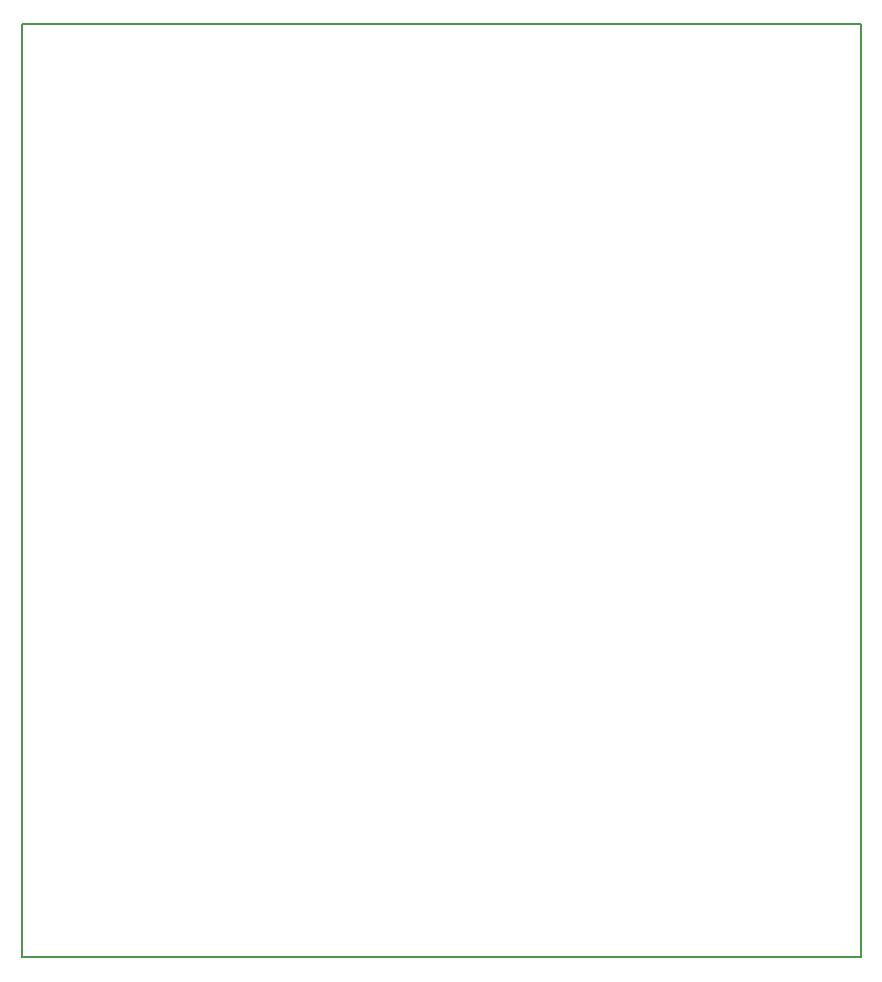
<source format=gbr>
G04 #@! TF.GenerationSoftware,KiCad,Pcbnew,5.0.2-bee76a0~70~ubuntu18.04.1*
G04 #@! TF.CreationDate,2019-02-27T20:57:34-05:00*
G04 #@! TF.ProjectId,Stepper Motor Prototype,53746570-7065-4722-904d-6f746f722050,rev?*
G04 #@! TF.SameCoordinates,Original*
G04 #@! TF.FileFunction,Profile,NP*
%FSLAX46Y46*%
G04 Gerber Fmt 4.6, Leading zero omitted, Abs format (unit mm)*
G04 Created by KiCad (PCBNEW 5.0.2-bee76a0~70~ubuntu18.04.1) date Wed 27 Feb 2019 08:57:34 PM EST*
%MOMM*%
%LPD*%
G01*
G04 APERTURE LIST*
%ADD10C,0.150000*%
%ADD11C,0.200000*%
G04 APERTURE END LIST*
D10*
X180000000Y-129000000D02*
X109000000Y-129000000D01*
X180000000Y-50000000D02*
X180000000Y-129000000D01*
X109000000Y-50000000D02*
X180000000Y-50000000D01*
D11*
X109000000Y-129000000D02*
X109000000Y-50000000D01*
M02*

</source>
